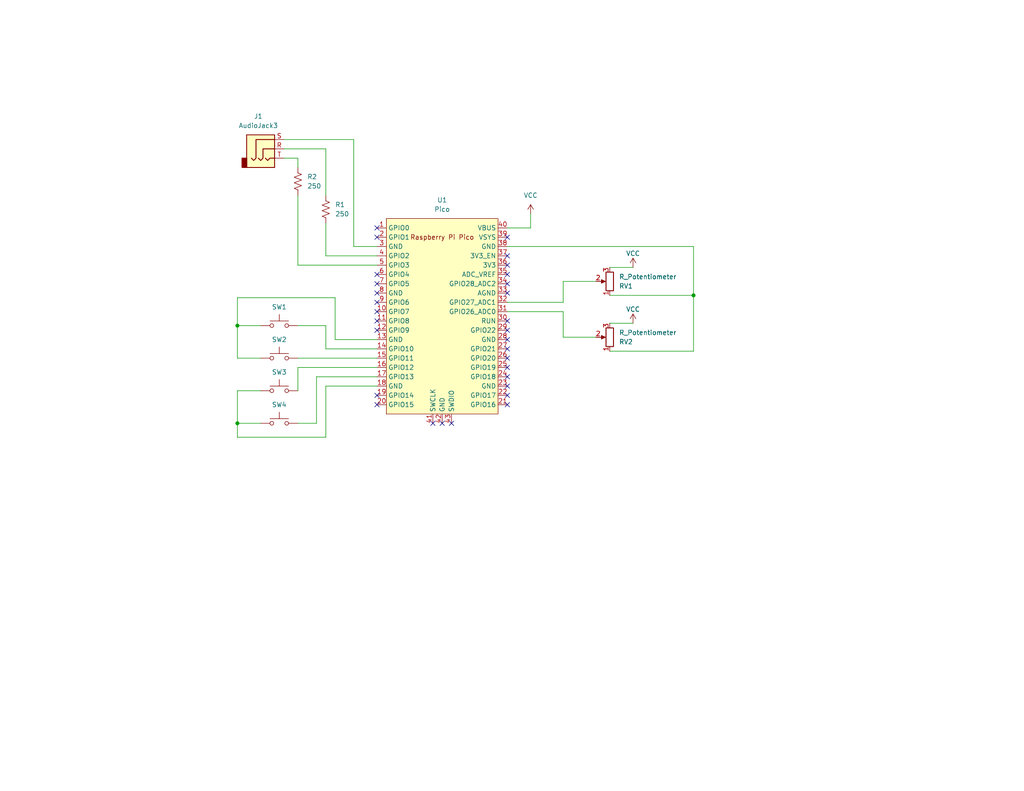
<source format=kicad_sch>
(kicad_sch (version 20211123) (generator eeschema)
  (paper "USLetter")
  (title_block (title "Theramin") (date "2022-04-30") (rev "1.1"))
  (lib_symbols
    (symbol "Connector:AudioJack3"
      (property "Reference" "J" (at 0 8.89 0))
      (property "Value" "AudioJack3" (at 0 6.35 0))
      (symbol "AudioJack3_0_1"
        (rectangle (start -5.08 -5.08) (end -6.35 -2.54) (stroke (width 0.254)) (fill (type outline)))
        (polyline (pts (xy 0 -2.54) (xy 0.635 -3.175) (xy 1.27 -2.54) (xy 2.54 -2.54)) (stroke (width 0.254)))
        (polyline (pts (xy -1.905 -2.54) (xy -1.27 -3.175) (xy -0.635 -2.54) (xy -0.635 0) (xy 2.54 0)) (stroke (width 0.254)))
        (polyline (pts (xy 2.54 2.54) (xy -2.54 2.54) (xy -2.54 -2.54) (xy -3.175 -3.175) (xy -3.81 -2.54)) (stroke (width 0.254)))
        (rectangle (start 2.54 3.81) (end -5.08 -5.08) (stroke (width 0.254)) (fill (type background)))
      )
      (symbol "AudioJack3_1_1"
        (pin passive line (at 5.08 0 180) (length 2.54) (name "~") (number "R"))
        (pin passive line (at 5.08 2.54 180) (length 2.54) (name "~") (number "S"))
        (pin passive line (at 5.08 -2.54 180) (length 2.54) (name "~") (number "T"))
      )
    )
    (symbol "Device:R_Potentiometer" (pin_names (offset 1.016) hide)
      (property "Reference" "RV" (at -4.445 0 90))
      (property "Value" "R_Potentiometer" (at -2.54 0 90))
      (symbol "R_Potentiometer_0_1"
        (polyline (pts (xy 2.54 0) (xy 1.524 0)))
        (polyline (pts (xy 1.143 0) (xy 2.286 0.508) (xy 2.286 -0.508) (xy 1.143 0)) (fill (type outline)))
        (rectangle (start 1.016 2.54) (end -1.016 -2.54) (stroke (width 0.254)))
      )
      (symbol "R_Potentiometer_1_1"
        (pin passive line (at 0 3.81 270) (length 1.27) (name "1") (number "1"))
        (pin passive line (at 3.81 0 180) (length 1.27) (name "2") (number "2"))
        (pin passive line (at 0 -3.81 90) (length 1.27) (name "3") (number "3"))
      )
    )
    (symbol "Device:R_US" (pin_numbers hide) (pin_names (offset 0))
      (property "Reference" "R" (at 2.54 0 90))
      (property "Value" "R_US" (at -2.54 0 90))
      (symbol "R_US_0_1"
        (polyline (pts (xy 0 -2.286) (xy 0 -2.54)))
        (polyline (pts (xy 0 2.286) (xy 0 2.54)))
        (polyline (pts (xy 0 -0.762) (xy 1.016 -1.143) (xy 0 -1.524) (xy -1.016 -1.905) (xy 0 -2.286)))
        (polyline (pts (xy 0 0.762) (xy 1.016 0.381) (xy 0 0) (xy -1.016 -0.381) (xy 0 -0.762)))
        (polyline (pts (xy 0 2.286) (xy 1.016 1.905) (xy 0 1.524) (xy -1.016 1.143) (xy 0 0.762)))
      )
      (symbol "R_US_1_1"
        (pin passive line (at 0 3.81 270) (length 1.27) (name "~") (number "1"))
        (pin passive line (at 0 -3.81 90) (length 1.27) (name "~") (number "2"))
      )
    )
    (symbol "RPI_PICO:Pico"
      (property "Reference" "U" (at -13.97 27.94 0))
      (property "Value" "Pico" (at 0 19.05 0))
      (symbol "Pico_0_0"
        (text "Raspberry Pi Pico" (at 0 21.59 0) (effects (font (size 1.27 1.27))))
      )
      (symbol "Pico_0_1"
        (rectangle (start -15.24 26.67) (end 15.24 -26.67) (fill (type background)))
      )
      (symbol "Pico_1_1"
        (pin bidirectional line (at -17.78 24.13 0) (length 2.54) (name "GPIO0") (number "1"))
        (pin bidirectional line (at -17.78 1.27 0) (length 2.54) (name "GPIO7") (number "10"))
        (pin bidirectional line (at -17.78 -1.27 0) (length 2.54) (name "GPIO8") (number "11"))
        (pin bidirectional line (at -17.78 -3.81 0) (length 2.54) (name "GPIO9") (number "12"))
        (pin power_in line (at -17.78 -6.35 0) (length 2.54) (name "GND") (number "13"))
        (pin bidirectional line (at -17.78 -8.89 0) (length 2.54) (name "GPIO10") (number "14"))
        (pin bidirectional line (at -17.78 -11.43 0) (length 2.54) (name "GPIO11") (number "15"))
        (pin bidirectional line (at -17.78 -13.97 0) (length 2.54) (name "GPIO12") (number "16"))
        (pin bidirectional line (at -17.78 -16.51 0) (length 2.54) (name "GPIO13") (number "17"))
        (pin power_in line (at -17.78 -19.05 0) (length 2.54) (name "GND") (number "18"))
        (pin bidirectional line (at -17.78 -21.59 0) (length 2.54) (name "GPIO14") (number "19"))
        (pin bidirectional line (at -17.78 21.59 0) (length 2.54) (name "GPIO1") (number "2"))
        (pin bidirectional line (at -17.78 -24.13 0) (length 2.54) (name "GPIO15") (number "20"))
        (pin bidirectional line (at 17.78 -24.13 180) (length 2.54) (name "GPIO16") (number "21"))
        (pin bidirectional line (at 17.78 -21.59 180) (length 2.54) (name "GPIO17") (number "22"))
        (pin power_in line (at 17.78 -19.05 180) (length 2.54) (name "GND") (number "23"))
        (pin bidirectional line (at 17.78 -16.51 180) (length 2.54) (name "GPIO18") (number "24"))
        (pin bidirectional line (at 17.78 -13.97 180) (length 2.54) (name "GPIO19") (number "25"))
        (pin bidirectional line (at 17.78 -11.43 180) (length 2.54) (name "GPIO20") (number "26"))
        (pin bidirectional line (at 17.78 -8.89 180) (length 2.54) (name "GPIO21") (number "27"))
        (pin power_in line (at 17.78 -6.35 180) (length 2.54) (name "GND") (number "28"))
        (pin bidirectional line (at 17.78 -3.81 180) (length 2.54) (name "GPIO22") (number "29"))
        (pin power_in line (at -17.78 19.05 0) (length 2.54) (name "GND") (number "3"))
        (pin input line (at 17.78 -1.27 180) (length 2.54) (name "RUN") (number "30"))
        (pin bidirectional line (at 17.78 1.27 180) (length 2.54) (name "GPIO26_ADC0") (number "31"))
        (pin bidirectional line (at 17.78 3.81 180) (length 2.54) (name "GPIO27_ADC1") (number "32"))
        (pin power_in line (at 17.78 6.35 180) (length 2.54) (name "AGND") (number "33"))
        (pin bidirectional line (at 17.78 8.89 180) (length 2.54) (name "GPIO28_ADC2") (number "34"))
        (pin power_in line (at 17.78 11.43 180) (length 2.54) (name "ADC_VREF") (number "35"))
        (pin power_in line (at 17.78 13.97 180) (length 2.54) (name "3V3") (number "36"))
        (pin input line (at 17.78 16.51 180) (length 2.54) (name "3V3_EN") (number "37"))
        (pin bidirectional line (at 17.78 19.05 180) (length 2.54) (name "GND") (number "38"))
        (pin power_in line (at 17.78 21.59 180) (length 2.54) (name "VSYS") (number "39"))
        (pin bidirectional line (at -17.78 16.51 0) (length 2.54) (name "GPIO2") (number "4"))
        (pin power_in line (at 17.78 24.13 180) (length 2.54) (name "VBUS") (number "40"))
        (pin input line (at -2.54 -29.21 90) (length 2.54) (name "SWCLK") (number "41"))
        (pin power_in line (at 0 -29.21 90) (length 2.54) (name "GND") (number "42"))
        (pin bidirectional line (at 2.54 -29.21 90) (length 2.54) (name "SWDIO") (number "43"))
        (pin bidirectional line (at -17.78 13.97 0) (length 2.54) (name "GPIO3") (number "5"))
        (pin bidirectional line (at -17.78 11.43 0) (length 2.54) (name "GPIO4") (number "6"))
        (pin bidirectional line (at -17.78 8.89 0) (length 2.54) (name "GPIO5") (number "7"))
        (pin power_in line (at -17.78 6.35 0) (length 2.54) (name "GND") (number "8"))
        (pin bidirectional line (at -17.78 3.81 0) (length 2.54) (name "GPIO6") (number "9"))
      )
    )
    (symbol "Switch:SW_Push" (pin_numbers hide) (pin_names (offset 1.016) hide)
      (property "Reference" "SW" (at 1.27 2.54 0))
      (property "Value" "SW_Push" (at 0 -1.524 0))
      (symbol "SW_Push_0_1"
        (circle (center -2.032 0) (radius 0.508))
        (polyline (pts (xy 0 1.27) (xy 0 3.048)))
        (polyline (pts (xy 2.54 1.27) (xy -2.54 1.27)))
        (circle (center 2.032 0) (radius 0.508))
        (pin passive line (at -5.08 0 0) (length 2.54) (name "1") (number "1"))
        (pin passive line (at 5.08 0 180) (length 2.54) (name "2") (number "2"))
      )
    )
    (symbol "power:VCC" (power) (pin_names (offset 0))
      (property "Value" "VCC" (at 0 3.81 0))
      (symbol "VCC_0_1"
        (polyline (pts (xy -0.762 1.27) (xy 0 2.54)))
        (polyline (pts (xy 0 0) (xy 0 2.54)))
        (polyline (pts (xy 0 2.54) (xy 0.762 1.27)))
      )
      (symbol "VCC_1_1"
        (pin power_in line (at 0 0 90) (length 0) hide (name "VCC") (number "1"))
      )
    )
  )
  (junction (at 64.77 115.57))
  (junction (at 189.23 80.645))
  (junction (at 64.77 88.9))
  (no_connect (at 138.43 64.77))
  (no_connect (at 138.43 97.79))
  (no_connect (at 118.11 115.57))
  (no_connect (at 102.87 110.49))
  (no_connect (at 138.43 92.71))
  (no_connect (at 138.43 77.47))
  (no_connect (at 138.43 107.95))
  (no_connect (at 123.19 115.57))
  (no_connect (at 102.87 90.17))
  (no_connect (at 138.43 87.63))
  (no_connect (at 102.87 87.63))
  (no_connect (at 138.43 105.41))
  (no_connect (at 102.87 85.09))
  (no_connect (at 102.87 82.55))
  (no_connect (at 102.87 107.95))
  (no_connect (at 138.43 74.93))
  (no_connect (at 120.65 115.57))
  (no_connect (at 138.43 69.85))
  (no_connect (at 138.43 95.25))
  (no_connect (at 138.43 72.39))
  (no_connect (at 138.43 80.01))
  (no_connect (at 102.87 64.77))
  (no_connect (at 102.87 62.23))
  (no_connect (at 138.43 100.33))
  (no_connect (at 138.43 102.87))
  (no_connect (at 138.43 110.49))
  (no_connect (at 138.43 90.17))
  (no_connect (at 102.87 80.01))
  (no_connect (at 102.87 77.47))
  (no_connect (at 102.87 74.93))
  (wire (pts (xy 144.78 62.23) (xy 144.78 58.42)))
  (wire (pts (xy 88.9 88.9) (xy 88.9 95.25)))
  (wire (pts (xy 77.47 43.18) (xy 81.28 43.18)))
  (wire (pts (xy 88.9 95.25) (xy 102.87 95.25)))
  (wire (pts (xy 91.44 81.28) (xy 64.77 81.28)))
  (wire (pts (xy 166.37 88.265) (xy 172.72 88.265)))
  (wire (pts (xy 102.87 69.85) (xy 88.9 69.85)))
  (wire (pts (xy 81.28 43.18) (xy 81.28 45.72)))
  (wire (pts (xy 138.43 62.23) (xy 144.78 62.23)))
  (wire (pts (xy 91.44 92.71) (xy 91.44 81.28)))
  (wire (pts (xy 64.77 81.28) (xy 64.77 88.9)))
  (wire (pts (xy 64.77 106.68) (xy 64.77 115.57)))
  (wire (pts (xy 86.36 115.57) (xy 81.28 115.57)))
  (wire (pts (xy 64.77 97.79) (xy 71.12 97.79)))
  (wire (pts (xy 153.67 85.09) (xy 138.43 85.09)))
  (wire (pts (xy 96.52 67.31) (xy 96.52 38.1)))
  (wire (pts (xy 189.23 80.645) (xy 189.23 95.885)))
  (wire (pts (xy 86.36 102.87) (xy 86.36 115.57)))
  (wire (pts (xy 96.52 38.1) (xy 77.47 38.1)))
  (wire (pts (xy 64.77 106.68) (xy 71.12 106.68)))
  (wire (pts (xy 88.9 40.64) (xy 88.9 53.34)))
  (wire (pts (xy 88.9 119.38) (xy 64.77 119.38)))
  (wire (pts (xy 102.87 67.31) (xy 96.52 67.31)))
  (wire (pts (xy 88.9 69.85) (xy 88.9 60.96)))
  (wire (pts (xy 166.37 80.645) (xy 189.23 80.645)))
  (wire (pts (xy 102.87 105.41) (xy 88.9 105.41)))
  (wire (pts (xy 153.67 76.835) (xy 153.67 82.55)))
  (wire (pts (xy 64.77 88.9) (xy 64.77 97.79)))
  (wire (pts (xy 88.9 40.64) (xy 77.47 40.64)))
  (wire (pts (xy 64.77 115.57) (xy 64.77 119.38)))
  (wire (pts (xy 138.43 67.31) (xy 189.23 67.31)))
  (wire (pts (xy 64.77 88.9) (xy 71.12 88.9)))
  (wire (pts (xy 81.28 97.79) (xy 102.87 97.79)))
  (wire (pts (xy 162.56 76.835) (xy 153.67 76.835)))
  (wire (pts (xy 102.87 92.71) (xy 91.44 92.71)))
  (wire (pts (xy 81.28 53.34) (xy 81.28 72.39)))
  (wire (pts (xy 166.37 73.025) (xy 172.72 73.025)))
  (wire (pts (xy 189.23 67.31) (xy 189.23 80.645)))
  (wire (pts (xy 153.67 92.075) (xy 153.67 85.09)))
  (wire (pts (xy 162.56 92.075) (xy 153.67 92.075)))
  (wire (pts (xy 64.77 115.57) (xy 71.12 115.57)))
  (wire (pts (xy 81.28 100.33) (xy 81.28 106.68)))
  (wire (pts (xy 102.87 72.39) (xy 81.28 72.39)))
  (wire (pts (xy 153.67 82.55) (xy 138.43 82.55)))
  (wire (pts (xy 189.23 95.885) (xy 166.37 95.885)))
  (wire (pts (xy 102.87 102.87) (xy 86.36 102.87)))
  (wire (pts (xy 88.9 105.41) (xy 88.9 119.38)))
  (wire (pts (xy 81.28 88.9) (xy 88.9 88.9)))
  (wire (pts (xy 102.87 100.33) (xy 81.28 100.33)))
  (symbol (lib_id "Device:R_US") (at 81.28 49.53 0) (unit 1)
    (property "Reference" "R2" (at 83.82 48.2599 0) (effects (justify left)))
    (property "Value" "250" (at 83.82 50.7999 0) (effects (justify left)))
    (property "Footprint" "Resistor_THT:R_Axial_DIN0309_L9.0mm_D3.2mm_P15.24mm_Horizontal" (effects hide))
    (property "Spice_Primitive" "R" (effects hide))
    (property "Spice_Model" "250" (effects hide))
    (property "Spice_Netlist_Enabled" "Y" (effects hide))
  )
  (symbol (lib_id "power:VCC") (at 172.72 88.265 0) (unit 1)
    (property "Reference" "#PWR0102" (effects hide))
    (property "Value" "VCC" (at 172.72 84.455 0))
  )
  (symbol (lib_id "power:VCC") (at 172.72 73.025 0) (unit 1)
    (property "Reference" "#PWR0103" (effects hide))
    (property "Value" "VCC" (at 172.72 69.215 0))
  )
  (symbol (lib_id "Switch:SW_Push") (at 76.2 115.57 0) (unit 1)
    (property "Reference" "SW4" (at 76.2 110.49 0))
    (property "Value" "SW_Push" (effects hide))
    (property "Footprint" "Connector_Wire:SolderWire-0.15sqmm_1x02_P4mm_D0.5mm_OD1.5mm" (effects hide))
  )
  (symbol (lib_id "Device:R_US") (at 88.9 57.15 0) (unit 1)
    (property "Reference" "R1" (at 91.44 55.8799 0) (effects (justify left)))
    (property "Value" "250" (at 91.44 58.4199 0) (effects (justify left)))
    (property "Footprint" "Resistor_THT:R_Axial_DIN0309_L9.0mm_D3.2mm_P15.24mm_Horizontal" (effects hide))
    (property "Spice_Primitive" "R" (effects hide))
    (property "Spice_Model" "250" (effects hide))
    (property "Spice_Netlist_Enabled" "Y" (effects hide))
  )
  (symbol (lib_id "Switch:SW_Push") (at 76.2 88.9 0) (unit 1)
    (property "Reference" "SW1" (at 76.2 83.82 0))
    (property "Value" "SW_Push" (effects hide))
    (property "Footprint" "Connector_Wire:SolderWire-0.15sqmm_1x02_P4mm_D0.5mm_OD1.5mm" (effects hide))
  )
  (symbol (lib_id "Switch:SW_Push") (at 76.2 97.79 0) (unit 1)
    (property "Reference" "SW2" (at 76.2 92.71 0))
    (property "Value" "SW_Push" (effects hide))
    (property "Footprint" "Connector_Wire:SolderWire-0.15sqmm_1x02_P4mm_D0.5mm_OD1.5mm" (effects hide))
  )
  (symbol (lib_id "Device:R_Potentiometer") (at 166.37 92.075 180) (unit 1)
    (property "Reference" "RV2" (at 168.91 93.3451 0) (effects (justify right)))
    (property "Value" "R_Potentiometer" (at 168.91 90.8051 0) (effects (justify right)))
    (property "Footprint" "Connector_Wire:SolderWire-0.5sqmm_1x03_P4.6mm_D0.9mm_OD2.1mm" (effects hide))
  )
  (symbol (lib_id "power:VCC") (at 144.78 58.42 0) (unit 1)
    (property "Reference" "#PWR0101" (effects hide))
    (property "Value" "VCC" (at 144.78 53.34 0))
  )
  (symbol (lib_id "RPI_PICO:Pico") (at 120.65 86.36 0) (unit 1)
    (property "Reference" "U1" (at 120.65 54.61 0))
    (property "Value" "Pico" (at 120.65 57.15 0))
    (property "Footprint" "MCU_RaspberryPi_and_Boards:RPi_Pico_SMD_TH" (effects hide))
  )
  (symbol (lib_id "Device:R_Potentiometer") (at 166.37 76.835 180) (unit 1)
    (property "Reference" "RV1" (at 168.91 78.1051 0) (effects (justify right)))
    (property "Value" "R_Potentiometer" (at 168.91 75.5651 0) (effects (justify right)))
    (property "Footprint" "Connector_Wire:SolderWire-0.5sqmm_1x03_P4.6mm_D0.9mm_OD2.1mm" (effects hide))
  )
  (symbol (lib_id "Connector:AudioJack3") (at 72.39 40.64 0) (unit 1)
    (property "Reference" "J1" (at 70.485 31.75 0))
    (property "Value" "AudioJack3" (at 70.485 34.29 0))
    (property "Footprint" "Connector_Audio:Jack_6.35mm_Neutrik_NJ3FD-V_Vertical" (effects hide))
  )
  (symbol (lib_id "Switch:SW_Push") (at 76.2 106.68 0) (unit 1)
    (property "Reference" "SW3" (at 76.2 101.6 0))
    (property "Value" "SW_Push" (effects hide))
    (property "Footprint" "Connector_Wire:SolderWire-0.15sqmm_1x02_P4mm_D0.5mm_OD1.5mm" (effects hide))
  )
)
</source>
